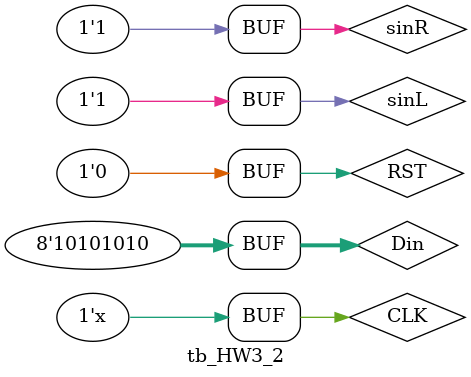
<source format=v>
`timescale 100ps / 10ps


module tb_HW3_2;

	// Inputs
	reg [3:0] op;
	reg CLK;
	reg RST;
	reg sinR;
	reg sinL;
	reg [7:0] Din;

	// Outputs
	wire [7:0] Dout;
	wire soutR;
	wire soutL;

	// Instantiate the Unit Under Test (UUT)
	HW3_2 #(.SZE(8))
	uut (
		.op(op), 
		.CLK(CLK), 
		.RST(RST), 
		.sinR(sinR), 
		.sinL(sinL), 
		.Din(Din), 
		.Dout(Dout), 
		.soutR(soutR), 
		.soutL(soutL)
	);

	initial begin
		// Initialize Inputs
		op = 4'b0000;
		CLK = 0;
		RST = 1;
		sinR = 1;
		sinL = 1;
		Din = 8'b10101010;

		// Wait 100 ns for global reset to finish
		#100 RST = 0;
        
		// Add stimulus here
		op = 4'b0000;
		#100;
		
	end
	
	always begin
	#100 CLK = ~CLK;
	end
	
	always @(negedge CLK)
	begin
		op = op + 1;
		
		
	end
      
endmodule


</source>
